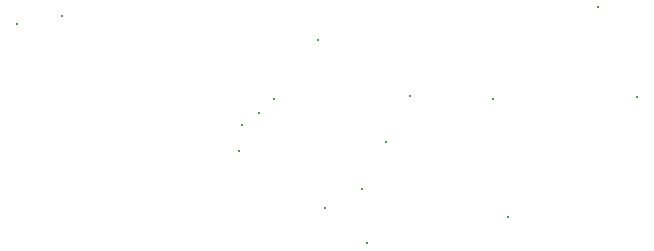
<source format=gbr>
%TF.GenerationSoftware,Altium Limited,Altium Designer,24.6.1 (21)*%
G04 Layer_Color=0*
%FSLAX45Y45*%
%MOMM*%
%TF.SameCoordinates,D6E34864-ACFE-43FA-A01B-F9739AC3D18D*%
%TF.FilePolarity,Positive*%
%TF.FileFunction,Plated,1,3,Blind,Drill*%
%TF.Part,Single*%
G01*
G75*
%TA.AperFunction,ViaDrill,NotFilled*%
%ADD90C,0.30000*%
D90*
X-1713825Y4764748D02*
D03*
X-1856100Y4668857D02*
D03*
X-431800Y4914900D02*
D03*
X-802790Y3664767D02*
D03*
X393700Y3886200D02*
D03*
X-838649Y4122521D02*
D03*
X-1155700Y3959450D02*
D03*
X1154910Y5663410D02*
D03*
X-1216314Y5384010D02*
D03*
X-3378990Y5587210D02*
D03*
X265910Y4888710D02*
D03*
X-638740Y4523361D02*
D03*
X-1879600Y4445000D02*
D03*
X-1588290Y4888710D02*
D03*
X1485110Y4901410D02*
D03*
X-3759200Y5524500D02*
D03*
%TF.MD5,0f63c49691b6fbc8b30c32e12795fe50*%
M02*

</source>
